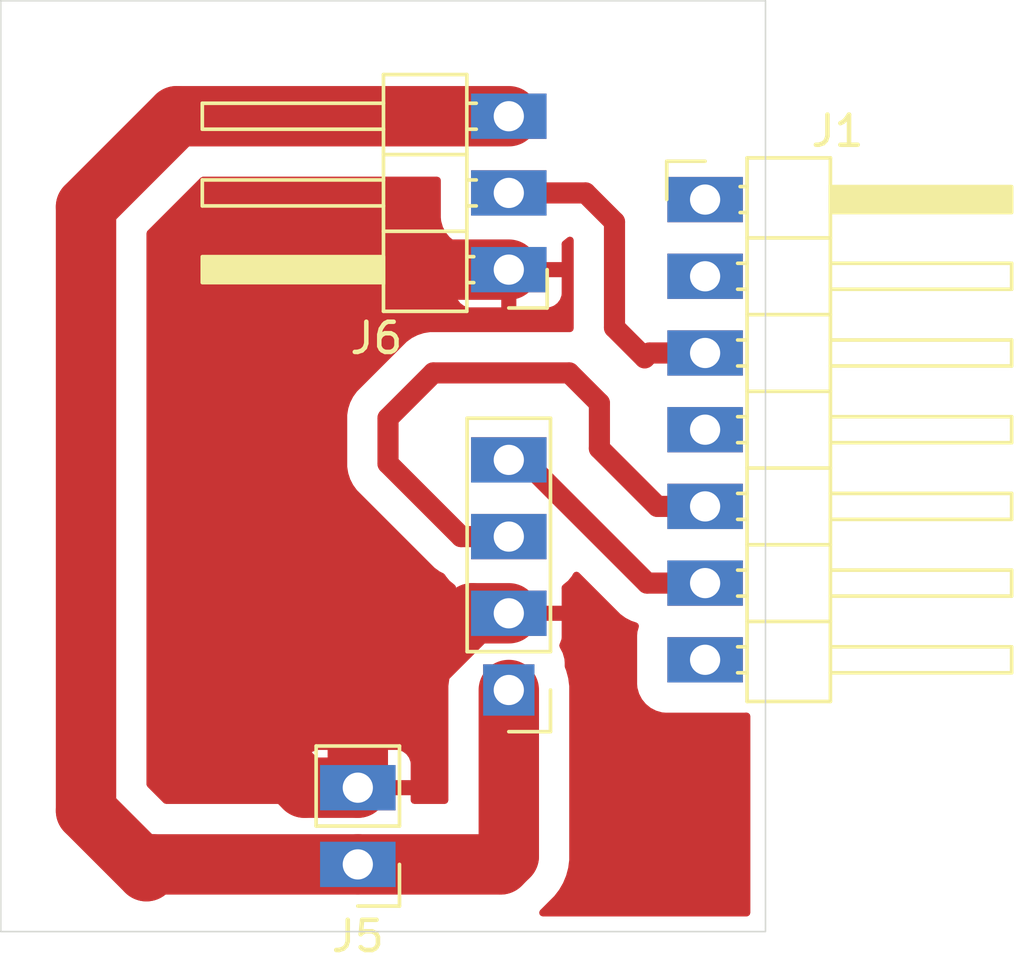
<source format=kicad_pcb>
(kicad_pcb (version 20241229) (generator "pcbnew") (generator_version "9.0")
  (layers (0 "F.Cu" signal) (2 "B.Cu" signal) (13 "F.Paste" user) (15 "B.Paste" user) (5 "F.SilkS" user "F.Silkscreen") (7 "B.SilkS" user "B.Silkscreen") (1 "F.Mask" user) (3 "B.Mask" user) (25 "Edge.Cuts" user))
  (net 0 "")
  (net 1 "LED")
  (net 4 "SDA")
  (net 6 "SCL")
  (net 7 "GND")
  (net 8 "+3.3V")
  (footprint "Connector_PinHeader_2.54mm:PinHeader_1x03_P2.54mm_Horizontal" (layer "F.Cu") (at 17 9.08 180)
    (property "Reference" "J6" (at 4.385 -2.27 0) (layer "F.SilkS"))
    (property "Value" "LED")
    (fp_line (start 10.15 5.51) (end 4.15 5.51) (stroke (width 0.12)) (layer "F.SilkS"))
    (fp_line (start 10.15 4.65) (end 10.15 5.51) (stroke (width 0.12)) (layer "F.SilkS"))
    (fp_line (start 10.15 2.97) (end 4.15 2.97) (stroke (width 0.12)) (layer "F.SilkS"))
    (fp_line (start 10.15 2.11) (end 10.15 2.97) (stroke (width 0.12)) (layer "F.SilkS"))
    (fp_line (start 4.15 6.46) (end 4.15 -1.38) (stroke (width 0.12)) (layer "F.SilkS"))
    (fp_line (start 4.15 4.65) (end 10.15 4.65) (stroke (width 0.12)) (layer "F.SilkS"))
    (fp_line (start 4.15 2.11) (end 10.15 2.11) (stroke (width 0.12)) (layer "F.SilkS"))
    (fp_line (start 4.15 -1.38) (end 1.39 -1.38) (stroke (width 0.12)) (layer "F.SilkS"))
    (fp_line (start 1.39 6.46) (end 4.15 6.46) (stroke (width 0.12)) (layer "F.SilkS"))
    (fp_line (start 1.39 3.81) (end 4.15 3.81) (stroke (width 0.12)) (layer "F.SilkS"))
    (fp_line (start 1.39 1.27) (end 4.15 1.27) (stroke (width 0.12)) (layer "F.SilkS"))
    (fp_line (start 1.39 -1.38) (end 1.39 6.46) (stroke (width 0.12)) (layer "F.SilkS"))
    (fp_line (start 1.16 0.43) (end 1.39 0.43) (stroke (width 0.12)) (layer "F.SilkS"))
    (fp_line (start 1.16 -0.43) (end 1.39 -0.43) (stroke (width 0.12)) (layer "F.SilkS"))
    (fp_line (start 1.077358 5.51) (end 1.39 5.51) (stroke (width 0.12)) (layer "F.SilkS"))
    (fp_line (start 1.077358 4.65) (end 1.39 4.65) (stroke (width 0.12)) (layer "F.SilkS"))
    (fp_line (start 1.077358 2.97) (end 1.39 2.97) (stroke (width 0.12)) (layer "F.SilkS"))
    (fp_line (start 1.077358 2.11) (end 1.39 2.11) (stroke (width 0.12)) (layer "F.SilkS"))
    (fp_line (start -1.27 0) (end -1.27 -1.27) (stroke (width 0.12)) (layer "F.SilkS"))
    (fp_line (start -1.27 -1.27) (end 0 -1.27) (stroke (width 0.12)) (layer "F.SilkS"))
    (fp_rect (start 4.15 -0.43) (end 10.15 0.43) (stroke (width 0.12)) (fill yes) (layer "F.SilkS"))
    (pad "1" thru_hole rect (at 0 0 180) (size 2.5 1.5) (drill 1) (layers "*.Cu" "*.Mask") (net 7 "GND"))
    (pad "2" thru_hole rect (at 0 2.54 180) (size 2.5 1.5) (drill 1) (layers "*.Cu" "*.Mask") (net 1 "LED"))
    (pad "3" thru_hole rect (at 0 5.08 180) (size 2.5 1.5) (drill 1) (layers "*.Cu" "*.Mask") (net 8 "+3.3V"))
  )
  (footprint "Connector_PinHeader_2.54mm:PinHeader_1x07_P2.54mm_Horizontal" (layer "F.Cu") (at 23.5 6.76)
    (property "Reference" "J1" (at 4.385 -2.27 0) (layer "F.SilkS"))
    (property "Value" "Seed Left")
    (fp_line (start -1.27 -1.27) (end 0 -1.27) (stroke (width 0.12)) (layer "F.SilkS"))
    (fp_line (start -1.27 0) (end -1.27 -1.27) (stroke (width 0.12)) (layer "F.SilkS"))
    (fp_line (start 1.077358 2.11) (end 1.39 2.11) (stroke (width 0.12)) (layer "F.SilkS"))
    (fp_line (start 1.077358 2.97) (end 1.39 2.97) (stroke (width 0.12)) (layer "F.SilkS"))
    (fp_line (start 1.077358 4.65) (end 1.39 4.65) (stroke (width 0.12)) (layer "F.SilkS"))
    (fp_line (start 1.077358 5.51) (end 1.39 5.51) (stroke (width 0.12)) (layer "F.SilkS"))
    (fp_line (start 1.077358 7.19) (end 1.39 7.19) (stroke (width 0.12)) (layer "F.SilkS"))
    (fp_line (start 1.077358 8.05) (end 1.39 8.05) (stroke (width 0.12)) (layer "F.SilkS"))
    (fp_line (start 1.077358 9.73) (end 1.39 9.73) (stroke (width 0.12)) (layer "F.SilkS"))
    (fp_line (start 1.077358 10.59) (end 1.39 10.59) (stroke (width 0.12)) (layer "F.SilkS"))
    (fp_line (start 1.077358 12.27) (end 1.39 12.27) (stroke (width 0.12)) (layer "F.SilkS"))
    (fp_line (start 1.077358 13.13) (end 1.39 13.13) (stroke (width 0.12)) (layer "F.SilkS"))
    (fp_line (start 1.077358 14.81) (end 1.39 14.81) (stroke (width 0.12)) (layer "F.SilkS"))
    (fp_line (start 1.077358 15.67) (end 1.39 15.67) (stroke (width 0.12)) (layer "F.SilkS"))
    (fp_line (start 1.16 -0.43) (end 1.39 -0.43) (stroke (width 0.12)) (layer "F.SilkS"))
    (fp_line (start 1.16 0.43) (end 1.39 0.43) (stroke (width 0.12)) (layer "F.SilkS"))
    (fp_line (start 1.39 -1.38) (end 1.39 16.62) (stroke (width 0.12)) (layer "F.SilkS"))
    (fp_line (start 1.39 1.27) (end 4.15 1.27) (stroke (width 0.12)) (layer "F.SilkS"))
    (fp_line (start 1.39 3.81) (end 4.15 3.81) (stroke (width 0.12)) (layer "F.SilkS"))
    (fp_line (start 1.39 6.35) (end 4.15 6.35) (stroke (width 0.12)) (layer "F.SilkS"))
    (fp_line (start 1.39 8.89) (end 4.15 8.89) (stroke (width 0.12)) (layer "F.SilkS"))
    (fp_line (start 1.39 11.43) (end 4.15 11.43) (stroke (width 0.12)) (layer "F.SilkS"))
    (fp_line (start 1.39 13.97) (end 4.15 13.97) (stroke (width 0.12)) (layer "F.SilkS"))
    (fp_line (start 1.39 16.62) (end 4.15 16.62) (stroke (width 0.12)) (layer "F.SilkS"))
    (fp_line (start 4.15 -1.38) (end 1.39 -1.38) (stroke (width 0.12)) (layer "F.SilkS"))
    (fp_line (start 4.15 2.11) (end 10.15 2.11) (stroke (width 0.12)) (layer "F.SilkS"))
    (fp_line (start 4.15 4.65) (end 10.15 4.65) (stroke (width 0.12)) (layer "F.SilkS"))
    (fp_line (start 4.15 7.19) (end 10.15 7.19) (stroke (width 0.12)) (layer "F.SilkS"))
    (fp_line (start 4.15 9.73) (end 10.15 9.73) (stroke (width 0.12)) (layer "F.SilkS"))
    (fp_line (start 4.15 12.27) (end 10.15 12.27) (stroke (width 0.12)) (layer "F.SilkS"))
    (fp_line (start 4.15 14.81) (end 10.15 14.81) (stroke (width 0.12)) (layer "F.SilkS"))
    (fp_line (start 4.15 16.62) (end 4.15 -1.38) (stroke (width 0.12)) (layer "F.SilkS"))
    (fp_line (start 10.15 2.11) (end 10.15 2.97) (stroke (width 0.12)) (layer "F.SilkS"))
    (fp_line (start 10.15 2.97) (end 4.15 2.97) (stroke (width 0.12)) (layer "F.SilkS"))
    (fp_line (start 10.15 4.65) (end 10.15 5.51) (stroke (width 0.12)) (layer "F.SilkS"))
    (fp_line (start 10.15 5.51) (end 4.15 5.51) (stroke (width 0.12)) (layer "F.SilkS"))
    (fp_line (start 10.15 7.19) (end 10.15 8.05) (stroke (width 0.12)) (layer "F.SilkS"))
    (fp_line (start 10.15 8.05) (end 4.15 8.05) (stroke (width 0.12)) (layer "F.SilkS"))
    (fp_line (start 10.15 9.73) (end 10.15 10.59) (stroke (width 0.12)) (layer "F.SilkS"))
    (fp_line (start 10.15 10.59) (end 4.15 10.59) (stroke (width 0.12)) (layer "F.SilkS"))
    (fp_line (start 10.15 12.27) (end 10.15 13.13) (stroke (width 0.12)) (layer "F.SilkS"))
    (fp_line (start 10.15 13.13) (end 4.15 13.13) (stroke (width 0.12)) (layer "F.SilkS"))
    (fp_line (start 10.15 14.81) (end 10.15 15.67) (stroke (width 0.12)) (layer "F.SilkS"))
    (fp_line (start 10.15 15.67) (end 4.15 15.67) (stroke (width 0.12)) (layer "F.SilkS"))
    (fp_rect (start 4.15 -0.43) (end 10.15 0.43) (stroke (width 0.12)) (fill yes) (layer "F.SilkS"))
    (pad "1" thru_hole rect (at 0 0) (size 2.5 1.5) (drill 1) (layers "*.Cu" "*.Mask"))
    (pad "2" thru_hole rect (at 0 2.54) (size 2.5 1.5) (drill 1) (layers "*.Cu" "*.Mask"))
    (pad "3" thru_hole rect (at 0 5.08) (size 2.5 1.5) (drill 1) (layers "*.Cu" "*.Mask") (net 1 "LED"))
    (pad "4" thru_hole rect (at 0 7.62) (size 2.5 1.5) (drill 1) (layers "*.Cu" "*.Mask"))
    (pad "5" thru_hole rect (at 0 10.16) (size 2.5 1.5) (drill 1) (layers "*.Cu" "*.Mask") (net 6 "SCL"))
    (pad "6" thru_hole rect (at 0 12.7) (size 2.5 1.5) (drill 1) (layers "*.Cu" "*.Mask") (net 4 "SDA"))
    (pad "7" thru_hole rect (at 0 15.24) (size 2.5 1.5) (drill 1) (layers "*.Cu" "*.Mask"))
  )
  (footprint "Connector_PinHeader_2.54mm:PinHeader_1x04_P2.54mm_Vertical" (layer "F.Cu") (at 17 23 180)
    (property "Reference" "J3" (hide yes))
    (property "Value" "QMC5388")
    (fp_line (start 1.38 1.27) (end 1.38 9) (stroke (width 0.12)) (layer "F.SilkS"))
    (fp_line (start -1.38 9) (end 1.38 9) (stroke (width 0.12)) (layer "F.SilkS"))
    (fp_line (start -1.38 1.27) (end 1.38 1.27) (stroke (width 0.12)) (layer "F.SilkS"))
    (fp_line (start -1.38 1.27) (end -1.38 9) (stroke (width 0.12)) (layer "F.SilkS"))
    (fp_line (start -1.38 0) (end -1.38 -1.38) (stroke (width 0.12)) (layer "F.SilkS"))
    (fp_line (start -1.38 -1.38) (end 0 -1.38) (stroke (width 0.12)) (layer "F.SilkS"))
    (pad "1" thru_hole rect (at 0 0 180) (size 1.7 1.7) (drill 1) (layers "*.Cu" "*.Mask") (net 8 "+3.3V"))
    (pad "2" thru_hole rect (at 0 2.54 180) (size 2.5 1.5) (drill 1) (layers "*.Cu" "*.Mask") (net 7 "GND"))
    (pad "3" thru_hole rect (at 0 5.08 180) (size 2.5 1.5) (drill 1) (layers "*.Cu" "*.Mask") (net 6 "SCL"))
    (pad "4" thru_hole rect (at 0 7.62 180) (size 2.5 1.5) (drill 1) (layers "*.Cu" "*.Mask") (net 4 "SDA"))
  )
  (footprint "Connector_PinHeader_2.54mm:PinHeader_1x02_P2.54mm_Vertical" (layer "F.Cu") (at 12 28.775 180)
    (property "Reference" "J5" (at 0 -2.38 0) (layer "F.SilkS"))
    (property "Value" "Conn_01x02_Pin")
    (fp_line (start 1.38 1.27) (end 1.38 3.92) (stroke (width 0.12)) (layer "F.SilkS"))
    (fp_line (start -1.38 3.92) (end 1.38 3.92) (stroke (width 0.12)) (layer "F.SilkS"))
    (fp_line (start -1.38 1.27) (end 1.38 1.27) (stroke (width 0.12)) (layer "F.SilkS"))
    (fp_line (start -1.38 1.27) (end -1.38 3.92) (stroke (width 0.12)) (layer "F.SilkS"))
    (fp_line (start -1.38 0) (end -1.38 -1.38) (stroke (width 0.12)) (layer "F.SilkS"))
    (fp_line (start -1.38 -1.38) (end 0 -1.38) (stroke (width 0.12)) (layer "F.SilkS"))
    (pad "1" thru_hole rect (at 0 0 180) (size 2.5 1.5) (drill 1) (layers "*.Cu" "*.Mask") (net 8 "+3.3V"))
    (pad "2" thru_hole rect (at 0 2.54 180) (size 2.5 1.5) (drill 1) (layers "*.Cu" "*.Mask") (net 7 "GND"))
  )
  (gr_rect (start 0.176279 0.176279) (end 25.5 31) (stroke (width 0.05)) (fill no) (layer "Edge.Cuts"))
  (segment (start 20.5 11) (end 21.5 12) (width 0.7) (layer "F.Cu") (net 1))
  (segment (start 23.34 12) (end 23.5 11.84) (width 0.7) (layer "F.Cu") (net 1))
  (segment (start 21.5 12) (end 21.66 11.84) (width 0.7) (layer "F.Cu") (net 1))
  (segment (start 20.5 7.5) (end 20.5 11) (width 0.7) (layer "F.Cu") (net 1))
  (segment (start 21.66 11.84) (end 23.5 11.84) (width 0.7) (layer "F.Cu") (net 1))
  (segment (start 17 6.54) (end 19.54 6.54) (width 0.7) (layer "F.Cu") (net 1))
  (segment (start 19.54 6.54) (end 20.5 7.5) (width 0.7) (layer "F.Cu") (net 1))
  (segment (start 21.58 19.46) (end 23.5 19.46) (width 0.7) (layer "F.Cu") (net 4))
  (segment (start 17 15.38) (end 17.5 15.38) (width 0.7) (layer "F.Cu") (net 4))
  (segment (start 17.5 15.38) (end 21.58 19.46) (width 0.7) (layer "F.Cu") (net 4))
  (segment (start 13 15.5) (end 15.42 17.92) (width 0.7) (layer "F.Cu") (net 6))
  (segment (start 23.5 16.92) (end 21.92 16.92) (width 0.7) (layer "F.Cu") (net 6))
  (segment (start 15.42 17.92) (end 17 17.92) (width 0.7) (layer "F.Cu") (net 6))
  (segment (start 20 15) (end 20 13.5) (width 0.7) (layer "F.Cu") (net 6))
  (segment (start 14.5 12.5) (end 13 14) (width 0.7) (layer "F.Cu") (net 6))
  (segment (start 13 14) (end 13 15.5) (width 0.7) (layer "F.Cu") (net 6))
  (segment (start 20 13.5) (end 19 12.5) (width 0.7) (layer "F.Cu") (net 6))
  (segment (start 19 12.5) (end 14.5 12.5) (width 0.7) (layer "F.Cu") (net 6))
  (segment (start 21.92 16.92) (end 20 15) (width 0.7) (layer "F.Cu") (net 6))
  (segment (start 15.789 20.46) (end 12 24.249) (width 2) (layer "F.Cu") (net 7))
  (segment (start 17 20.46) (end 15.789 20.46) (width 2) (layer "F.Cu") (net 7))
  (segment (start 12 24.249) (end 12 26.235) (width 2) (layer "F.Cu") (net 7))
  (segment (start 9 14) (end 9 25) (width 2) (layer "F.Cu") (net 7))
  (segment (start 9 25) (end 10.235 26.235) (width 2) (layer "F.Cu") (net 7))
  (segment (start 13.92 9.08) (end 9 14) (width 2) (layer "F.Cu") (net 7))
  (segment (start 10.235 26.235) (end 12 26.235) (width 2) (layer "F.Cu") (net 7))
  (segment (start 17 9.08) (end 13.92 9.08) (width 2) (layer "F.Cu") (net 7))
  (segment (start 5.225 28.775) (end 12 28.775) (width 2) (layer "F.Cu") (net 8))
  (segment (start 3 27) (end 5 29) (width 2) (layer "F.Cu") (net 8))
  (segment (start 3 7) (end 3 27) (width 2) (layer "F.Cu") (net 8))
  (segment (start 17 4) (end 6 4) (width 2) (layer "F.Cu") (net 8))
  (segment (start 6 4) (end 3 7) (width 2) (layer "F.Cu") (net 8))
  (segment (start 17 28.5) (end 17 23) (width 2) (layer "F.Cu") (net 8))
  (segment (start 12 28.775) (end 16.725 28.775) (width 2) (layer "F.Cu") (net 8))
  (segment (start 5 29) (end 5.225 28.775) (width 2) (layer "F.Cu") (net 8))
  (segment (start 16.725 28.775) (end 17 28.5) (width 2) (layer "F.Cu") (net 8))
  (zone (net 7) (net_name "GND") (layer "F.Cu") (connect_pads (clearance 1)) (min_thickness 0.25) (fill yes (thermal_gap 0.5) (thermal_bridge_width 0.5))
    (polygon (pts (xy 0.366995 0.611667) (xy 25 0.611667) (xy 25 30.611667) (xy 0.611667 30.611667)))
  )
)
</source>
